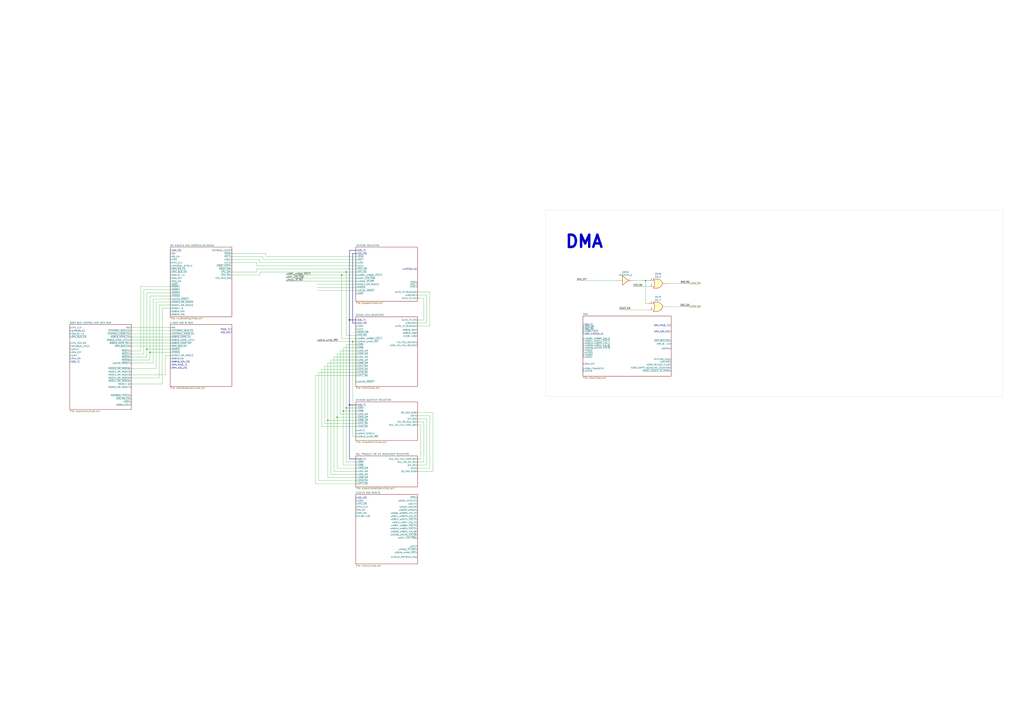
<source format=kicad_sch>
(kicad_sch (version 20230121) (generator eeschema)
  (paper "A1")
  (title_block (title "SNES S-CPU Schematics ") (date "2023-10-19") (rev "0.1") (company "Author: Regis Galland"))
  (lib_symbols
    (symbol "Ricoh_Cells:INVERTER_A" (pin_numbers hide) (pin_names hide)
      (property "Reference" "U?" (at 0 5.08 0))
      (property "Value" "INVERTER_A" (at 0 -5.08 0))
      (symbol "INVERTER_A_1_0"
        (polyline (pts (xy -2.54 3.81) (xy -2.54 -3.81) (xy 2.54 0) (xy -2.54 3.81)) (stroke (width 0.254)) (fill (type background)))
        (pin input line (at -6.35 0 0) (length 3.81) (name "~") (number "1"))
        (pin output inverted (at 6.35 0 180) (length 3.81) (name "~") (number "2"))
      )
    )
    (symbol "Ricoh_Cells:OR_2" (pin_names hide)
      (property "Reference" "U" (at 0 5.08 0))
      (property "Value" "OR_2" (at 0 -5.08 0))
      (symbol "OR_2_1_1"
        (arc (start -3.8102 -3.81) (mid -2.5892 0) (end -3.8102 3.81) (stroke (width 0.254)))
        (arc (start -0.6098 -3.81) (mid 2.1853 -2.584) (end 3.8098 0) (stroke (width 0.254)) (fill (type background)))
        (polyline (pts (xy -3.8102 -3.81) (xy -0.6352 -3.81)) (stroke (width 0.254)) (fill (type background)))
        (polyline (pts (xy -3.8102 3.81) (xy -0.6352 3.81)) (stroke (width 0.254)) (fill (type background)))
        (polyline (pts (xy -0.6352 3.81) (xy -3.8102 3.81) (xy -3.8102 3.81) (xy -3.5562 3.4036) (xy -3.0228 2.2606) (xy -2.6926 1.0414) (xy -2.6164 -0.254) (xy -2.7688 -1.4986) (xy -3.1752 -2.7178) (xy -3.8102 -3.81) (xy -3.8102 -3.81) (xy -0.6352 -3.81)) (stroke (width -25.4)) (fill (type background)))
        (arc (start 3.8098 0) (mid 2.1926 2.5925) (end -0.6098 3.81) (stroke (width 0.254)) (fill (type background)))
        (pin input line (at -7.62 2.54 0) (length 4.4) (name "~") (number "1"))
        (pin input line (at -7.62 -2.54 0) (length 4.4) (name "~") (number "2"))
        (pin output line (at 7.62 0 180) (length 3.81) (name "~") (number "3"))
      )
    )
  )
  (junction (at 276.86 342.9))
  (junction (at 120.65 287.02))
  (junction (at 287.02 262.89))
  (junction (at 284.48 335.28))
  (junction (at 281.94 337.82))
  (junction (at 284.48 223.52))
  (junction (at 123.19 289.56))
  (junction (at 269.24 345.44))
  (junction (at 287.02 332.74))
  (junction (at 530.225 230.505))
  (junction (at 289.56 280.67))
  (junction (at 280.67 226.06))
  (wire (pts (xy 281.94 382.27) (xy 292.1 382.27)))
  (wire (pts (xy 292.1 283.21) (xy 284.48 283.21)))
  (wire (pts (xy 292.1 308.61) (xy 259.08 308.61)))
  (wire (pts (xy 342.9 265.43) (xy 350.52 265.43)))
  (wire (pts (xy 548.005 252.095) (xy 566.42 252.095)))
  (wire (pts (xy 210.82 223.52) (xy 190.5 223.52)))
  (wire (pts (xy 281.94 337.82) (xy 281.94 382.27)))
  (wire (pts (xy 342.9 379.73) (xy 347.98 379.73)))
  (wire (pts (xy 128.27 248.285) (xy 128.27 302.895)))
  (wire (pts (xy 350.52 382.27) (xy 350.52 344.17)))
  (wire (pts (xy 125.73 245.745) (xy 125.73 298.45)))
  (wire (pts (xy 218.44 208.28) (xy 190.5 208.28)))
  (wire (pts (xy 274.32 387.35) (xy 292.1 387.35)))
  (wire (pts (xy 342.9 341.63) (xy 353.06 341.63)))
  (wire (pts (xy 271.78 389.89) (xy 292.1 389.89)))
  (wire (pts (xy 280.67 226.06) (xy 292.1 226.06)))
  (wire (pts (xy 292.1 306.07) (xy 261.62 306.07)))
  (wire (pts (xy 130.81 250.825) (xy 130.81 310.515)))
  (wire (pts (xy 292.1 298.45) (xy 269.24 298.45)))
  (wire (pts (xy 215.9 210.82) (xy 215.9 213.36)))
  (wire (pts (xy 139.7 287.02) (xy 120.65 287.02)))
  (wire (pts (xy 530.225 230.505) (xy 520.065 230.505)))
  (wire (pts (xy 280.67 278.13) (xy 280.67 226.06)))
  (wire (pts (xy 279.4 340.36) (xy 279.4 288.29)))
  (wire (pts (xy 118.11 238.125) (xy 139.7 238.125)))
  (wire (pts (xy 120.65 293.37) (xy 107.95 293.37)))
  (wire (pts (xy 133.35 315.595) (xy 133.35 253.365)))
  (bus (pts (xy 287.02 377.19) (xy 287.02 332.74)))
  (wire (pts (xy 210.82 218.44) (xy 210.82 215.9)))
  (wire (pts (xy 353.06 384.81) (xy 342.9 384.81)))
  (wire (pts (xy 135.89 292.1) (xy 139.7 292.1)))
  (wire (pts (xy 532.765 235.585) (xy 520.065 235.585)))
  (wire (pts (xy 264.16 303.53) (xy 264.16 350.52)))
  (wire (pts (xy 264.16 350.52) (xy 292.1 350.52)))
  (wire (pts (xy 266.7 347.98) (xy 292.1 347.98)))
  (wire (pts (xy 342.9 267.97) (xy 353.06 267.97)))
  (wire (pts (xy 107.95 274.32) (xy 139.7 274.32)))
  (wire (pts (xy 284.48 275.59) (xy 292.1 275.59)))
  (wire (pts (xy 133.35 253.365) (xy 139.7 253.365)))
  (wire (pts (xy 210.82 215.9) (xy 190.5 215.9)))
  (wire (pts (xy 532.765 230.505) (xy 530.225 230.505)))
  (wire (pts (xy 276.86 342.9) (xy 292.1 342.9)))
  (wire (pts (xy 530.225 230.505) (xy 530.225 249.555)))
  (wire (pts (xy 260.35 236.22) (xy 292.1 236.22)))
  (wire (pts (xy 107.95 284.48) (xy 139.7 284.48)))
  (bus (pts (xy 289.56 208.28) (xy 289.56 265.43)))
  (wire (pts (xy 281.94 285.75) (xy 281.94 337.82)))
  (wire (pts (xy 292.1 293.37) (xy 274.32 293.37)))
  (wire (pts (xy 139.7 289.56) (xy 123.19 289.56)))
  (bus (pts (xy 292.1 205.74) (xy 287.02 205.74)))
  (wire (pts (xy 107.95 271.78) (xy 139.7 271.78)))
  (wire (pts (xy 274.32 293.37) (xy 274.32 387.35)))
  (wire (pts (xy 355.6 387.35) (xy 355.6 339.09)))
  (wire (pts (xy 342.9 262.89) (xy 347.98 262.89)))
  (bus (pts (xy 292.1 208.28) (xy 289.56 208.28)))
  (wire (pts (xy 271.78 295.91) (xy 271.78 389.89)))
  (bus (pts (xy 292.1 262.89) (xy 287.02 262.89)))
  (bus (pts (xy 292.1 377.19) (xy 287.02 377.19)))
  (wire (pts (xy 347.98 379.73) (xy 347.98 346.71)))
  (wire (pts (xy 130.81 310.515) (xy 107.95 310.515)))
  (wire (pts (xy 234.95 226.06) (xy 280.67 226.06)))
  (bus (pts (xy 287.02 262.89) (xy 287.02 332.74)))
  (wire (pts (xy 292.1 280.67) (xy 289.56 280.67)))
  (wire (pts (xy 353.06 240.03) (xy 342.9 240.03)))
  (wire (pts (xy 107.95 279.4) (xy 139.7 279.4)))
  (wire (pts (xy 128.27 302.895) (xy 107.95 302.895)))
  (wire (pts (xy 234.95 228.6) (xy 292.1 228.6)))
  (wire (pts (xy 107.95 276.86) (xy 139.7 276.86)))
  (wire (pts (xy 292.1 223.52) (xy 284.48 223.52)))
  (wire (pts (xy 292.1 210.82) (xy 218.44 210.82)))
  (wire (pts (xy 213.36 213.36) (xy 213.36 215.9)))
  (wire (pts (xy 123.19 243.205) (xy 123.19 289.56)))
  (wire (pts (xy 190.5 226.06) (xy 213.36 226.06)))
  (wire (pts (xy 269.24 345.44) (xy 292.1 345.44)))
  (wire (pts (xy 210.82 220.98) (xy 210.82 223.52)))
  (wire (pts (xy 345.44 349.25) (xy 342.9 349.25)))
  (wire (pts (xy 123.19 289.56) (xy 123.19 295.91)))
  (wire (pts (xy 284.48 379.73) (xy 284.48 335.28)))
  (wire (pts (xy 347.98 245.11) (xy 342.9 245.11)))
  (wire (pts (xy 215.9 213.36) (xy 292.1 213.36)))
  (wire (pts (xy 261.62 394.97) (xy 292.1 394.97)))
  (wire (pts (xy 289.56 358.775) (xy 292.1 358.775)))
  (wire (pts (xy 292.1 300.99) (xy 266.7 300.99)))
  (wire (pts (xy 213.36 223.52) (xy 284.48 223.52)))
  (wire (pts (xy 260.35 233.68) (xy 292.1 233.68)))
  (bus (pts (xy 287.02 332.74) (xy 292.1 332.74)))
  (wire (pts (xy 107.95 307.975) (xy 135.89 307.975)))
  (wire (pts (xy 350.52 242.57) (xy 342.9 242.57)))
  (wire (pts (xy 115.57 288.29) (xy 107.95 288.29)))
  (wire (pts (xy 125.73 298.45) (xy 107.95 298.45)))
  (wire (pts (xy 353.06 267.97) (xy 353.06 240.03)))
  (wire (pts (xy 292.1 285.75) (xy 281.94 285.75)))
  (wire (pts (xy 345.44 377.19) (xy 345.44 349.25)))
  (wire (pts (xy 347.98 346.71) (xy 342.9 346.71)))
  (wire (pts (xy 210.82 218.44) (xy 292.1 218.44)))
  (wire (pts (xy 213.36 226.06) (xy 213.36 223.52)))
  (wire (pts (xy 350.52 344.17) (xy 342.9 344.17)))
  (wire (pts (xy 532.765 249.555) (xy 530.225 249.555)))
  (wire (pts (xy 342.9 339.09) (xy 355.6 339.09)))
  (wire (pts (xy 139.7 235.585) (xy 115.57 235.585)))
  (wire (pts (xy 548.005 233.045) (xy 566.42 233.045)))
  (wire (pts (xy 210.82 220.98) (xy 292.1 220.98)))
  (wire (pts (xy 190.5 210.82) (xy 215.9 210.82)))
  (wire (pts (xy 259.08 308.61) (xy 259.08 397.51)))
  (wire (pts (xy 292.1 392.43) (xy 269.24 392.43)))
  (wire (pts (xy 269.24 298.45) (xy 269.24 345.44)))
  (wire (pts (xy 139.7 250.825) (xy 130.81 250.825)))
  (wire (pts (xy 139.7 240.665) (xy 120.65 240.665)))
  (wire (pts (xy 276.86 384.81) (xy 276.86 342.9)))
  (wire (pts (xy 342.9 387.35) (xy 355.6 387.35)))
  (wire (pts (xy 508.635 254.635) (xy 532.765 254.635)))
  (wire (pts (xy 107.95 315.595) (xy 133.35 315.595)))
  (wire (pts (xy 107.95 269.24) (xy 139.7 269.24)))
  (wire (pts (xy 234.95 231.14) (xy 292.1 231.14)))
  (wire (pts (xy 118.11 290.83) (xy 118.11 238.125)))
  (wire (pts (xy 276.86 290.83) (xy 276.86 342.9)))
  (bus (pts (xy 287.02 205.74) (xy 287.02 262.89)))
  (wire (pts (xy 120.65 240.665) (xy 120.65 287.02)))
  (wire (pts (xy 292.1 379.73) (xy 284.48 379.73)))
  (wire (pts (xy 139.7 248.285) (xy 128.27 248.285)))
  (wire (pts (xy 292.1 295.91) (xy 271.78 295.91)))
  (wire (pts (xy 135.89 307.975) (xy 135.89 292.1)))
  (wire (pts (xy 120.65 287.02) (xy 120.65 293.37)))
  (wire (pts (xy 279.4 288.29) (xy 292.1 288.29)))
  (wire (pts (xy 292.1 290.83) (xy 276.86 290.83)))
  (wire (pts (xy 213.36 215.9) (xy 292.1 215.9)))
  (wire (pts (xy 342.9 382.27) (xy 350.52 382.27)))
  (wire (pts (xy 292.1 303.53) (xy 264.16 303.53)))
  (wire (pts (xy 292.1 337.82) (xy 281.94 337.82)))
  (wire (pts (xy 139.7 243.205) (xy 123.19 243.205)))
  (wire (pts (xy 107.95 281.94) (xy 139.7 281.94)))
  (wire (pts (xy 342.9 377.19) (xy 345.44 377.19)))
  (wire (pts (xy 260.35 238.76) (xy 292.1 238.76)))
  (wire (pts (xy 261.62 306.07) (xy 261.62 394.97)))
  (bus (pts (xy 289.56 265.43) (xy 292.1 265.43)))
  (wire (pts (xy 292.1 340.36) (xy 279.4 340.36)))
  (wire (pts (xy 259.08 397.51) (xy 292.1 397.51)))
  (wire (pts (xy 353.06 341.63) (xy 353.06 384.81)))
  (wire (pts (xy 284.48 335.28) (xy 292.1 335.28)))
  (wire (pts (xy 284.48 223.52) (xy 284.48 275.59)))
  (wire (pts (xy 347.98 262.89) (xy 347.98 245.11)))
  (wire (pts (xy 350.52 265.43) (xy 350.52 242.57)))
  (wire (pts (xy 269.24 392.43) (xy 269.24 345.44)))
  (wire (pts (xy 292.1 278.13) (xy 280.67 278.13)))
  (wire (pts (xy 107.95 290.83) (xy 118.11 290.83)))
  (wire (pts (xy 115.57 235.585) (xy 115.57 288.29)))
  (wire (pts (xy 292.1 384.81) (xy 276.86 384.81)))
  (wire (pts (xy 139.7 245.745) (xy 125.73 245.745)))
  (wire (pts (xy 218.44 210.82) (xy 218.44 208.28)))
  (wire (pts (xy 190.5 213.36) (xy 213.36 213.36)))
  (wire (pts (xy 289.56 280.67) (xy 289.56 358.775)))
  (wire (pts (xy 266.7 300.99) (xy 266.7 347.98)))
  (wire (pts (xy 284.48 283.21) (xy 284.48 335.28)))
  (wire (pts (xy 260.35 280.67) (xy 289.56 280.67)))
  (wire (pts (xy 123.19 295.91) (xy 107.95 295.91)))
  (wire (pts (xy 473.71 230.505) (xy 507.365 230.505)))
  (rectangle (start 448.31 172.72) (end 823.595 325.755) (stroke (width 0) (type dot)))
  (text "DMA" (at 463.55 204.47 0) (effects (font (size 10 10) (thickness 2) bold) (justify left bottom)))
  (label "wMASS_~{JP_RST}" (at 234.95 231.14 0))
  (label "wOATI_~{XIN{slash}256}" (at 234.95 228.6 0))
  (label "~{MAWK_WR}" (at 508.635 254.635 0))
  (label "wNBRL_wNBQA_~{XIN{slash}4}" (at 234.95 226.06 0))
  (label "~{CPU_RD}" (at 520.065 235.585 0))
  (label "~{DMA_RD}" (at 566.42 233.045 180))
  (label "wDBJW_wHASI_~{RST}" (at 260.35 280.67 0))
  (label "~{DMA_WR}" (at 566.42 252.095 180))
  (label "DMA_OFF" (at 473.71 230.505 0))
  (hierarchical_label "~{DMA_WR}" (shape output) (at 566.42 252.095 0))
  (hierarchical_label "~{DMA_RD}" (shape output) (at 566.42 233.045 0))
  (symbol (lib_id "Ricoh_Cells:INVERTER_A") (at 513.715 230.505 0) (unit 1)
    (property "Reference" "OMNN" (at 513.715 223.6851 0))
    (property "Value" "INVERTER_A" (at 513.715 226.06 0))
    (property "Datasheet" "http://iceboy.a-singer.de/doc/dmg_cells.html#inv_a" (effects hide))
  )
  (symbol (lib_id "Ricoh_Cells:OR_2") (at 540.385 233.045 0) (unit 1)
    (property "Reference" "OMVB" (at 540.3848 225.0907 0))
    (property "Value" "OR_2" (at 540.3848 227.5149 0))
    (property "Datasheet" "http://iceboy.a-singer.de/doc/dmg_cells.html#or2" (effects hide))
  )
  (symbol (lib_id "Ricoh_Cells:OR_2") (at 540.385 252.095 0) (unit 1)
    (property "Reference" "PKFR" (at 540.3848 244.1407 0))
    (property "Value" "OR_2" (at 540.3848 246.5649 0))
    (property "Datasheet" "http://iceboy.a-singer.de/doc/dmg_cells.html#or2" (effects hide))
  )
  (sheet (at 292.1 406.4) (size 50.8 57.15) (stroke (width 0.1524))
    (property "Sheetname" "CLOCKS AND RESETS" (at 292.1 405.6884 0) (effects (justify left bottom)))
    (property "Sheetfile" "clocks.kicad_sch" (at 292.1 464.1346 0) (effects (justify left top)))
    (pin "wOAGE_SYSCLK" output (at 342.9 411.48 0))
    (pin "wACLK" output (at 342.9 414.02 0))
    (pin "wOBXZ_wOCHV_~{XIN{slash}2}" output (at 342.9 426.72 0))
    (pin "wNAQE_wNBBM_XIN{slash}2" output (at 342.9 421.64 0))
    (pin "wNBEB_wNBEG_XIN{slash}8" output (at 342.9 436.88 0))
    (pin "wOCRQ_wOCRS_~{XIN{slash}8}" output (at 342.9 439.42 0))
    (pin "wNAGK_wNAJD" output (at 342.9 416.56 0))
    (pin "wMAGR_wMAGV" output (at 342.9 419.1 0))
    (pin "wOATI_~{XIN{slash}256}" output (at 342.9 441.96 0))
    (pin "wNBKW_wNBPG_~{XIN{slash}4}" output (at 342.9 434.34 0))
    (pin "wOACU_wOAFI_XIN{slash}4" output (at 342.9 429.26 0))
    (pin "A[0..23]" input (at 292.1 408.94 180))
    (pin "420X" input (at 292.1 411.48 180))
    (pin "~{CPU_WR}" input (at 292.1 414.02 180))
    (pin "H128-135" input (at 292.1 424.18 180))
    (pin "CPU_CLK" input (at 292.1 416.56 180))
    (pin "wNBRL_wNBQA_~{XIN{slash}4}" output (at 342.9 431.8 0))
    (pin "wNBHJ_wNBHM_XIN{slash}2" output (at 342.9 424.18 0))
    (pin "wIAYI" output (at 342.9 448.945 0))
    (pin "wMASS_~{JP_RST}" output (at 342.9 451.485 0))
    (pin "wDBJW_wHASI_~{RST}" output (at 342.9 454.025 0))
    (pin "SYNCED_REFRESH_EN" output (at 342.9 457.835 0))
    (pin "DMA_ON" input (at 292.1 421.64 180))
    (pin "RW_EN" input (at 292.1 419.1 180))
    (pin "~{XIN1}" output (at 342.9 408.94 0))
  )
  (sheet (at 292.1 260.35) (size 50.8 57.15) (stroke (width 0.1524))
    (property "Sheetname" "OTHER_42XX_REGISTERS" (at 292.1 259.6384 0) (effects (justify left bottom)))
    (property "Sheetfile" "42XX.kicad_sch" (at 292.1 318.0846 0) (effects (justify left top)))
    (pin "AUTO_JP_EN" output (at 342.9 262.89 0))
    (pin "65816_IRQ" output (at 342.9 273.685 0))
    (pin "65816_NMI" output (at 342.9 271.145 0))
    (pin "FALLING_VBLANK" output (at 342.9 281.305 0))
    (pin "wDBJW_wHASI_~{RST}" input (at 292.1 280.67 180))
    (pin "H128-135" output (at 342.9 276.225 0))
    (pin "A[0..23]" input (at 292.1 265.43 180))
    (pin "421X" input (at 292.1 270.51 180))
    (pin "420X" input (at 292.1 267.97 180))
    (pin "wNBRL_wNBQA_~{XIN{slash}4}" input (at 292.1 278.13 180))
    (pin "~{MAWK_WR}" input (at 292.1 273.05 180))
    (pin "~{CPU_RD}" input (at 292.1 275.59 180))
    (pin "D[0..7]" bidirectional (at 292.1 262.89 180))
    (pin "4202_WR" output (at 292.1 288.29 180))
    (pin "~{4203_WR}" output (at 292.1 290.83 180))
    (pin "4205_WR" output (at 292.1 295.91 180))
    (pin "~{4206}" output (at 292.1 285.75 180))
    (pin "~{4203}" output (at 292.1 283.21 180))
    (pin "~{4215_RD}" output (at 292.1 303.53 180))
    (pin "~{4217_RD}" output (at 292.1 308.61 180))
    (pin "~{4214_RD}" output (at 292.1 300.99 180))
    (pin "~{4216_RD}" output (at 292.1 306.07 180))
    (pin "~{4206_WR}" output (at 292.1 298.45 180))
    (pin "4204_WR" output (at 292.1 293.37 180))
    (pin "wVBLANK" output (at 342.9 265.43 0))
    (pin "LONG_FALLING_VBLANK" output (at 342.9 283.845 0))
    (pin "AUTO_JP_READING" input (at 342.9 267.97 0))
    (pin "wOCOG_~{MODE7}" input (at 292.1 313.69 180))
  )
  (sheet (at 57.15 266.7) (size 50.8 69.85) (stroke (width 0.1524))
    (property "Sheetname" "ADDR BUS CONTROL AND DATA BUS" (at 57.15 265.9884 0) (effects (justify left bottom)))
    (property "Sheetfile" "buscontrol.kicad_sch" (at 57.15 337.1346 0) (effects (justify left top)))
    (pin "CPU_CLK" input (at 57.15 269.24 180))
    (pin "~{INTERNAL_CYCLE}" output (at 107.95 325.12 0))
    (pin "~{EXTERNAL_BUS_EN}" output (at 107.95 271.78 0))
    (pin "~{65816_ADDR_RST}" output (at 107.95 281.94 0))
    (pin "~{65816_ADDR_EN}" output (at 107.95 276.86 0))
    (pin "wJP2I[0..4]" input (at 57.15 271.78 180))
    (pin "~{INTERNAL_ADDR_EN}" output (at 107.95 274.32 0))
    (pin "65816_ADDR_LATCH" output (at 107.95 279.4 0))
    (pin "~{DMA_RW_EN}" output (at 107.95 327.66 0))
    (pin "65816_RDY" output (at 107.95 332.74 0))
    (pin "~{DMA_BUS_EN}" output (at 107.95 284.48 0))
    (pin "CPU_REG_RD" input (at 57.15 281.94 180))
    (pin "D[0..7]" tri_state (at 57.15 297.18 180))
    (pin "DATABUS_LATCH" input (at 57.15 284.48 180))
    (pin "DMA_B->A" input (at 57.15 274.32 180))
    (pin "~{DMA_BUS_ON}" input (at 57.15 276.86 180))
    (pin "wACLK" input (at 57.15 287.02 180))
    (pin "DMA_OFF" input (at 57.15 289.56 180))
    (pin "RW" input (at 107.95 269.24 0))
    (pin "~{wRDY}" output (at 107.95 330.2 0))
    (pin "wIAYI" input (at 57.15 292.1 180))
    (pin "MODE2_OR_MODE3" output (at 107.95 307.975 0))
    (pin "MODE1_OR_MODE3" output (at 107.95 305.435 0))
    (pin "wOCOG_~{MODE7}" output (at 107.95 298.45 0))
    (pin "MODE4-6" output (at 107.95 315.595 0))
    (pin "DMA_ON" input (at 57.15 294.64 180))
    (pin "~{MODE1}" output (at 107.95 288.29 0))
    (pin "~{MODE4}" output (at 107.95 290.83 0))
    (pin "~{MODE6}" output (at 107.95 295.91 0))
    (pin "~{MODE5}" output (at 107.95 293.37 0))
    (pin "MODE4_OR_MODE5" output (at 107.95 310.515 0))
    (pin "~{MODE4_OR_MODE6}" output (at 107.95 313.055 0))
    (pin "MODE5_OR_MODE7" output (at 107.95 318.135 0))
    (pin "~{MODE0_OR_MODE6}" output (at 107.95 302.895 0))
  )
  (sheet (at 478.79 259.715) (size 72.39 49.53) (stroke (width 0.1524))
    (property "Sheetname" "DMA" (at 478.79 259.0034 0) (effects (justify left bottom)))
    (property "Sheetfile" "dma.kicad_sch" (at 478.79 309.8296 0) (effects (justify left top)))
    (pin "D[0..7]" tri_state (at 478.79 266.7 180))
    (pin "~{DMA_WR}" input (at 478.79 268.605 180))
    (pin "~{DMA_RD}" input (at 478.79 270.51 180))
    (pin "~{4300-437F}" input (at 478.79 272.415 180))
    (pin "DMA_CHAN[0..2]" input (at 478.79 274.32 180))
    (pin "wNBKW_wNBPG_XIN{slash}4" input (at 478.79 281.94 180))
    (pin "wNAQE_wNBBM_XIN{slash}2" input (at 478.79 278.13 180))
    (pin "wCSGZ" input (at 478.79 287.655 180))
    (pin "wCSDS" input (at 478.79 289.56 180))
    (pin "wWOWE" input (at 478.79 291.465 180))
    (pin "wWOVT" input (at 478.79 293.37 180))
    (pin "wVOLG" input (at 478.79 304.8 180))
    (pin "wSKDK" output (at 551.18 286.385 0))
    (pin "DMA_OFF" input (at 478.79 299.085 180))
    (pin "wOBXZ_wOCHV_~{XIN{slash}2}" input (at 478.79 280.035 180))
    (pin "wNBEB_wNBEG_XIN{slash}8" input (at 478.79 283.845 180))
    (pin "wQKAG5" output (at 551.18 297.18 0))
    (pin "GDMA_TRANSFER" input (at 478.79 302.895 180))
    (pin "DMA_PA[0..7]" output (at 551.18 267.335 0))
    (pin "HDMA_EMPTY_SCANLINE_COUNTER" output (at 551.18 302.26 0))
    (pin "~{GDMA_LENGTH_IS_ZERO}" output (at 551.18 304.8 0))
    (pin "DMA_A[0..23]" output (at 551.18 272.415 0))
    (pin "PATTERN_END" output (at 551.18 295.275 0))
    (pin "HDMA_RELOAD_FLAG" output (at 551.18 299.72 0))
    (pin "wOCRQ_wOCRS_~{XIN{slash}8}" input (at 478.79 285.75 180))
    (pin "~{DMA_BUS_ON}" output (at 551.18 280.035 0))
    (pin "DMA_B->A" output (at 551.18 282.575 0))
  )
  (sheet (at 292.1 374.65) (size 50.8 25.4) (stroke (width 0.1524))
    (property "Sheetname" "MUL PRODUCT OR DIV REMAINDER REGISTERS" (at 292.1 373.9384 0) (effects (justify left bottom)))
    (property "Sheetfile" "productremainder.kicad_sch" (at 292.1 400.6346 0) (effects (justify left top)))
    (pin "~{4203_WR}" input (at 292.1 384.81 180))
    (pin "~{4206_WR}" input (at 292.1 392.43 180))
    (pin "~{4203}" input (at 292.1 379.73 180))
    (pin "~{4206}" input (at 292.1 382.27 180))
    (pin "D[0..7]" bidirectional (at 292.1 377.19 180))
    (pin "DIV_ON" input (at 342.9 382.27 0))
    (pin "MUL_DIV_CLK_4203_WR" input (at 342.9 377.19 0))
    (pin "~{4217_RD}" input (at 292.1 397.51 180))
    (pin "ZDIV" output (at 342.9 384.81 0))
    (pin "4205_WR" input (at 292.1 389.89 180))
    (pin "~{4216_RD}" input (at 292.1 394.97 180))
    (pin "4204_WR" input (at 292.1 387.35 180))
    (pin "DO_ADD_SUB" input (at 342.9 387.35 0))
    (pin "MUL_OR_DIV_ON" input (at 342.9 379.73 0))
  )
  (sheet (at 139.7 203.2) (size 50.8 57.15) (stroke (width 0.1524))
    (property "Sheetname" "RW SIGNALS AND ADDRESS_DECODING" (at 139.7 202.4884 0) (effects (justify left bottom)))
    (property "Sheetfile" "rw_decoding.kicad_sch" (at 139.7 260.9346 0) (effects (justify left top)))
    (pin "RW" input (at 139.7 208.28 180))
    (pin "DATABUS_LATCH" output (at 190.5 205.74 0))
    (pin "DMA_OFF" input (at 139.7 228.6 180))
    (pin "65816_IRQ" input (at 139.7 258.445 180))
    (pin "CPU_CLK" input (at 139.7 215.9 180))
    (pin "INTERNAL_SYSCLK" input (at 139.7 218.44 180))
    (pin "65816_NMI" input (at 139.7 255.905 180))
    (pin "~{4300-437F}" output (at 190.5 218.44 0))
    (pin "~{MAWK_WR}" output (at 190.5 220.98 0))
    (pin "~{CPU_WR}" output (at 190.5 223.52 0))
    (pin "~{CPU_RD}" output (at 190.5 226.06 0))
    (pin "A[0..23]" input (at 139.7 205.74 180))
    (pin "420X" output (at 190.5 213.36 0))
    (pin "421X" output (at 190.5 215.9 0))
    (pin "~{4016}" output (at 190.5 208.28 0))
    (pin "~{4017}" output (at 190.5 210.82 0))
    (pin "CPU_REG_RD" output (at 190.5 228.6 0))
    (pin "RW_EN" input (at 139.7 210.82 180))
    (pin "~{DMA_RW_EN}" input (at 139.7 220.98 180))
    (pin "~{DMA_BUS_ON}" input (at 139.7 223.52 180))
    (pin "DMA_B->A" input (at 139.7 226.06 180))
    (pin "~{MODE6}" input (at 139.7 243.205 180))
    (pin "wOCOG_~{MODE7}" input (at 139.7 245.745 180))
    (pin "MODE4-6" input (at 139.7 253.365 180))
    (pin "~{MODE5}" input (at 139.7 240.665 180))
    (pin "DMA_ON" input (at 139.7 231.14 180))
    (pin "~{XIN1}" input (at 139.7 213.36 180))
    (pin "MODE4_OR_MODE5" input (at 139.7 250.825 180))
    (pin "~{MODE4}" input (at 139.7 238.125 180))
    (pin "~{MODE1}" input (at 139.7 235.585 180))
    (pin "~{MODE0_OR_MODE6}" input (at 139.7 248.285 180))
    (pin "~{wRDY}" input (at 139.7 233.68 180))
  )
  (sheet (at 292.1 203.2) (size 50.8 44.45) (stroke (width 0.1524))
    (property "Sheetname" "JOYPADS REGISTERS" (at 292.1 202.4884 0) (effects (justify left bottom)))
    (property "Sheetfile" "joypads.kicad_sch" (at 292.1 248.2346 0) (effects (justify left top)))
    (pin "A[0..23]" input (at 292.1 208.28 180))
    (pin "420X" input (at 292.1 215.9 180))
    (pin "~{CPU_WR}" input (at 292.1 220.98 180))
    (pin "~{CPU_RD}" input (at 292.1 223.52 180))
    (pin "wMASS_~{JP_RST}" input (at 292.1 231.14 180))
    (pin "D[0..7]" bidirectional (at 292.1 205.74 180))
    (pin "421X" input (at 292.1 218.44 180))
    (pin "~{MODE6}" input (at 292.1 236.22 180))
    (pin "MODE2_OR_MODE3" input (at 292.1 233.68 180))
    (pin "wVBLANK" input (at 342.9 242.57 0))
    (pin "wJP2I[0..4]" output (at 342.9 220.98 0))
    (pin "wOATI_~{XIN{slash}256}" input (at 292.1 228.6 180))
    (pin "wNBRL_wNBQA_~{XIN{slash}4}" input (at 292.1 226.06 180))
    (pin "AUTO_JP_EN" input (at 342.9 245.11 0))
    (pin "~{wRDY}" input (at 292.1 241.3 180))
    (pin "~{4016}" input (at 292.1 210.82 180))
    (pin "~{4017}" input (at 292.1 213.36 180))
    (pin "wOCOG_~{MODE7}" input (at 292.1 238.76 180))
    (pin "JPO1" tri_state (at 342.9 233.68 0))
    (pin "JPO2" tri_state (at 342.9 235.585 0))
    (pin "JPO0" tri_state (at 342.9 231.775 0))
    (pin "AUTO_JP_READING" output (at 342.9 240.03 0))
  )
  (sheet (at 292.1 330.2) (size 50.8 31.75) (stroke (width 0.1524))
    (property "Sheetname" "DIVISION QUOTIENT REGISTERS" (at 292.1 329.4884 0) (effects (justify left bottom)))
    (property "Sheetfile" "divquotient.kicad_sch" (at 292.1 362.5346 0) (effects (justify left top)))
    (pin "~{4206_WR}" input (at 292.1 345.44 180))
    (pin "wACLK" input (at 292.1 353.695 180))
    (pin "D[0..7]" bidirectional (at 292.1 332.74 180))
    (pin "~{4203}" input (at 292.1 335.28 180))
    (pin "~{4203_WR}" input (at 292.1 342.9 180))
    (pin "ZDIV" output (at 342.9 341.63 0))
    (pin "~{4206}" input (at 292.1 337.82 180))
    (pin "~{4214_RD}" input (at 292.1 347.98 180))
    (pin "DIV_OR_MUL_ON" output (at 342.9 346.71 0))
    (pin "DO_ADD_SUB" output (at 342.9 339.09 0))
    (pin "wOAGE_SYSCLK" input (at 292.1 356.235 180))
    (pin "wDBJW_wHASI_~{RST}" input (at 292.1 358.775 180))
    (pin "~{4215_RD}" input (at 292.1 350.52 180))
    (pin "4202_WR" input (at 292.1 340.36 180))
    (pin "DIV_ON" output (at 342.9 344.17 0))
    (pin "MUL_DIV_CLK_4203_WR" output (at 342.9 349.25 0))
  )
  (sheet (at 139.7 266.7) (size 50.8 50.8) (stroke (width 0.1524))
    (property "Sheetname" "A-BUS AND B-BUS" (at 139.7 265.9884 0) (effects (justify left bottom)))
    (property "Sheetfile" "addrdatabuses.kicad_sch" (at 139.7 318.0846 0) (effects (justify left top)))
    (pin "65816_RW" input (at 139.7 294.64 180))
    (pin "~{65816_ADDR_RST}" input (at 139.7 281.94 180))
    (pin "65816_ADDR_LATCH" input (at 139.7 279.4 180))
    (pin "RW" tri_state (at 139.7 269.24 180))
    (pin "MODE2_OR_MODE3" input (at 139.7 292.1 180))
    (pin "~{INTERNAL_ADDR_EN}" input (at 139.7 274.32 180))
    (pin "DMA_A[0..23]" input (at 139.7 302.26 180))
    (pin "65816_A[0..23]" input (at 139.7 297.18 180))
    (pin "~{65816_ADDR_EN}" input (at 139.7 276.86 180))
    (pin "~{EXTERNAL_BUS_EN}" input (at 139.7 271.78 180))
    (pin "~{DMA_BUS_EN}" input (at 139.7 284.48 180))
    (pin "PA[0..7]" tri_state (at 190.5 270.51 0))
    (pin "~{MODE6}" input (at 139.7 289.56 180))
    (pin "DMA_PA[0..7]" input (at 139.7 299.72 180))
    (pin "A[0..23]" tri_state (at 190.5 273.05 0))
    (pin "~{MODE5}" input (at 139.7 287.02 180))
  )
)
</source>
